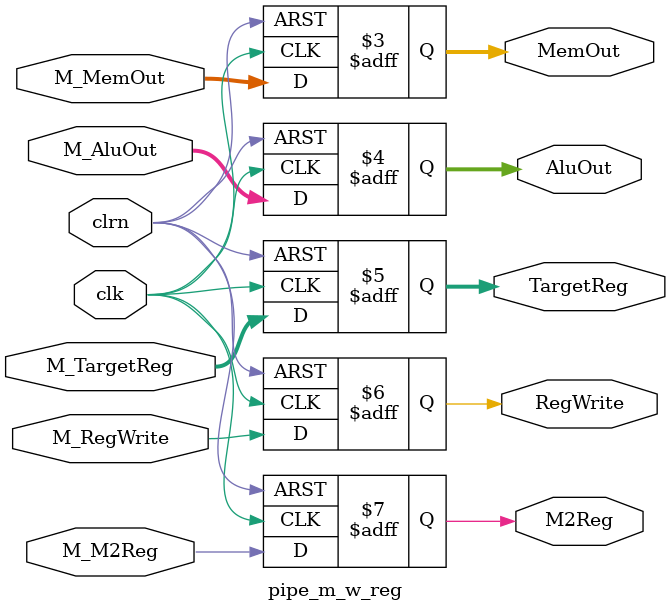
<source format=v>
module pipe_m_w_reg(
  M_RegWrite,M_M2Reg,M_MemOut,M_AluOut,M_TargetReg,
  clk,clrn,
  RegWrite,M2Reg,MemOut,AluOut,TargetReg
);
    input [31:0] M_MemOut,M_AluOut;
    input [ 4:0] M_TargetReg;
    input M_RegWrite,M_M2Reg;
    input clk,clrn;
    output reg [31:0] MemOut,AluOut;
    output reg [ 4:0] TargetReg;
    output reg RegWrite,M2Reg;
    always @(negedge clrn or posedge clk) begin
      if (clrn == 0) begin
        MemOut    <= 0;     AluOut    <= 0;
        TargetReg <= 0;     RegWrite  <= 0;
        M2Reg     <= 0;
      end else begin
        MemOut    <= M_MemOut   ;     AluOut    <= M_AluOut  ;
        TargetReg <= M_TargetReg;     RegWrite  <= M_RegWrite;
        M2Reg     <= M_M2Reg    ;        
      end
    end
    
endmodule // pipe_m_w_reg
</source>
